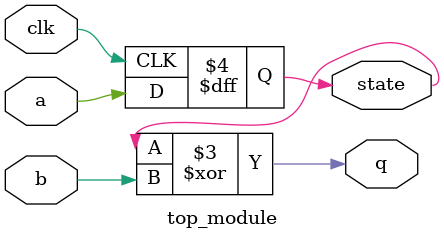
<source format=sv>
module top_module (
    input clk,
    input a,
    input b,
    output reg q,
    output reg state
);

    always @(posedge clk) begin
        state <= a;  // Capture `a` in the flip-flop on rising edge of clk
    end

    always @(*) begin
        q = state ^ b;  // `q` is XOR of current state and `b`
    end

endmodule

</source>
